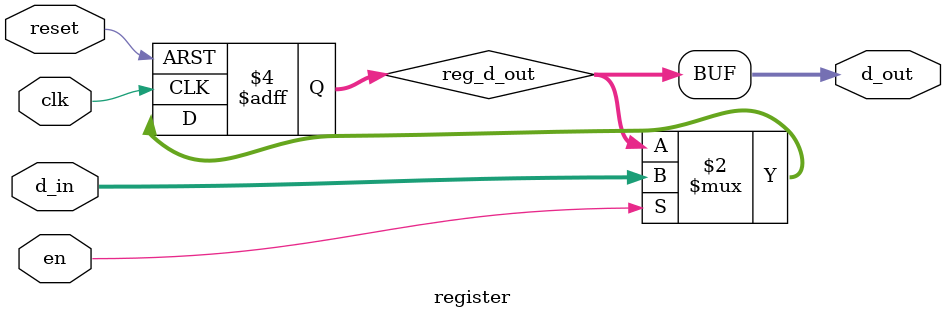
<source format=v>
module register (
    input   wire [15:0]     d_in,
    input   wire            reset,
    input   wire            clk,
    input   wire            en,
    output  wire [15:0]     d_out
);
    reg [15:0] reg_d_out;
    always @(posedge clk or posedge reset) 
    begin
        if (reset) 
        begin
            reg_d_out <= 16'h0000;
        end
        else 
        begin
            if (en) 
            begin
                reg_d_out <= d_in;
            end
        end
    end
    assign d_out = reg_d_out;
endmodule
</source>
